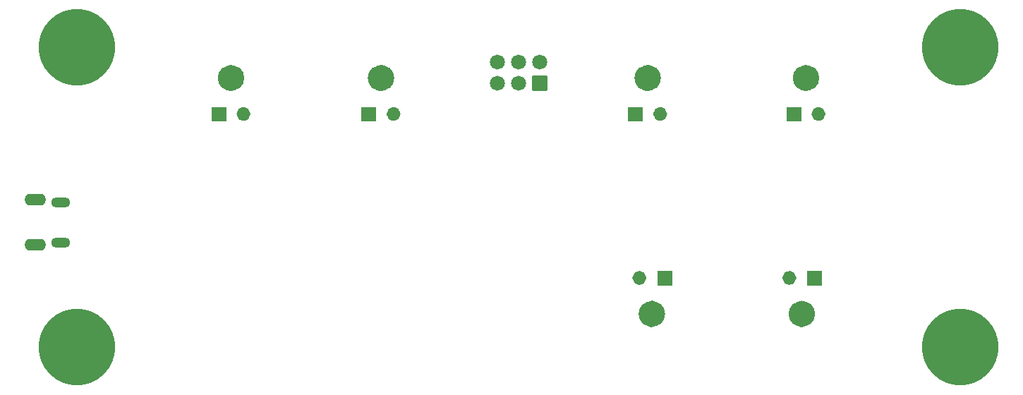
<source format=gbr>
%TF.GenerationSoftware,KiCad,Pcbnew,8.0.4*%
%TF.CreationDate,2024-11-13T20:23:27-08:00*%
%TF.ProjectId,Butterfly_v0,42757474-6572-4666-9c79-5f76302e6b69,rev?*%
%TF.SameCoordinates,Original*%
%TF.FileFunction,Soldermask,Bot*%
%TF.FilePolarity,Negative*%
%FSLAX46Y46*%
G04 Gerber Fmt 4.6, Leading zero omitted, Abs format (unit mm)*
G04 Created by KiCad (PCBNEW 8.0.4) date 2024-11-13 20:23:27*
%MOMM*%
%LPD*%
G01*
G04 APERTURE LIST*
G04 Aperture macros list*
%AMRoundRect*
0 Rectangle with rounded corners*
0 $1 Rounding radius*
0 $2 $3 $4 $5 $6 $7 $8 $9 X,Y pos of 4 corners*
0 Add a 4 corners polygon primitive as box body*
4,1,4,$2,$3,$4,$5,$6,$7,$8,$9,$2,$3,0*
0 Add four circle primitives for the rounded corners*
1,1,$1+$1,$2,$3*
1,1,$1+$1,$4,$5*
1,1,$1+$1,$6,$7*
1,1,$1+$1,$8,$9*
0 Add four rect primitives between the rounded corners*
20,1,$1+$1,$2,$3,$4,$5,0*
20,1,$1+$1,$4,$5,$6,$7,0*
20,1,$1+$1,$6,$7,$8,$9,0*
20,1,$1+$1,$8,$9,$2,$3,0*%
G04 Aperture macros list end*
%ADD10C,0.010000*%
%ADD11C,0.836200*%
%ADD12C,1.576200*%
%ADD13C,3.000000*%
%ADD14O,2.304000X1.254000*%
%ADD15O,2.604000X1.404000*%
%ADD16C,9.200000*%
%ADD17RoundRect,0.102000X-0.802500X-0.802500X0.802500X-0.802500X0.802500X0.802500X-0.802500X0.802500X0*%
%ADD18C,1.809000*%
G04 APERTURE END LIST*
D10*
%TO.C,J6*%
X146336200Y-85516200D02*
X144663800Y-85516200D01*
X144663800Y-83843800D01*
X146336200Y-83843800D01*
X146336200Y-85516200D01*
G36*
X146336200Y-85516200D02*
G01*
X144663800Y-85516200D01*
X144663800Y-83843800D01*
X146336200Y-83843800D01*
X146336200Y-85516200D01*
G37*
D11*
X142918100Y-84680000D02*
G75*
G02*
X142081900Y-84680000I-418100J0D01*
G01*
X142081900Y-84680000D02*
G75*
G02*
X142918100Y-84680000I418100J0D01*
G01*
D12*
X144788100Y-89000000D02*
G75*
G02*
X143211900Y-89000000I-788100J0D01*
G01*
X143211900Y-89000000D02*
G75*
G02*
X144788100Y-89000000I788100J0D01*
G01*
%TO.C,J4*%
X126288100Y-60680000D02*
G75*
G02*
X124711900Y-60680000I-788100J0D01*
G01*
X124711900Y-60680000D02*
G75*
G02*
X126288100Y-60680000I788100J0D01*
G01*
D11*
X127418100Y-65000000D02*
G75*
G02*
X126581900Y-65000000I-418100J0D01*
G01*
X126581900Y-65000000D02*
G75*
G02*
X127418100Y-65000000I418100J0D01*
G01*
D10*
X124836200Y-65836200D02*
X123163800Y-65836200D01*
X123163800Y-64163800D01*
X124836200Y-64163800D01*
X124836200Y-65836200D01*
G36*
X124836200Y-65836200D02*
G01*
X123163800Y-65836200D01*
X123163800Y-64163800D01*
X124836200Y-64163800D01*
X124836200Y-65836200D01*
G37*
D12*
%TO.C,J7*%
X126788100Y-89000000D02*
G75*
G02*
X125211900Y-89000000I-788100J0D01*
G01*
X125211900Y-89000000D02*
G75*
G02*
X126788100Y-89000000I788100J0D01*
G01*
D11*
X124918100Y-84680000D02*
G75*
G02*
X124081900Y-84680000I-418100J0D01*
G01*
X124081900Y-84680000D02*
G75*
G02*
X124918100Y-84680000I418100J0D01*
G01*
D10*
X128336200Y-85516200D02*
X126663800Y-85516200D01*
X126663800Y-83843800D01*
X128336200Y-83843800D01*
X128336200Y-85516200D01*
G36*
X128336200Y-85516200D02*
G01*
X126663800Y-85516200D01*
X126663800Y-83843800D01*
X128336200Y-83843800D01*
X128336200Y-85516200D01*
G37*
D12*
%TO.C,J3*%
X94288100Y-60680000D02*
G75*
G02*
X92711900Y-60680000I-788100J0D01*
G01*
X92711900Y-60680000D02*
G75*
G02*
X94288100Y-60680000I788100J0D01*
G01*
D11*
X95418100Y-65000000D02*
G75*
G02*
X94581900Y-65000000I-418100J0D01*
G01*
X94581900Y-65000000D02*
G75*
G02*
X95418100Y-65000000I418100J0D01*
G01*
D10*
X92836200Y-65836200D02*
X91163800Y-65836200D01*
X91163800Y-64163800D01*
X92836200Y-64163800D01*
X92836200Y-65836200D01*
G36*
X92836200Y-65836200D02*
G01*
X91163800Y-65836200D01*
X91163800Y-64163800D01*
X92836200Y-64163800D01*
X92836200Y-65836200D01*
G37*
%TO.C,J5*%
X143836200Y-65836200D02*
X142163800Y-65836200D01*
X142163800Y-64163800D01*
X143836200Y-64163800D01*
X143836200Y-65836200D01*
G36*
X143836200Y-65836200D02*
G01*
X142163800Y-65836200D01*
X142163800Y-64163800D01*
X143836200Y-64163800D01*
X143836200Y-65836200D01*
G37*
D11*
X146418100Y-65000000D02*
G75*
G02*
X145581900Y-65000000I-418100J0D01*
G01*
X145581900Y-65000000D02*
G75*
G02*
X146418100Y-65000000I418100J0D01*
G01*
D12*
X145288100Y-60680000D02*
G75*
G02*
X143711900Y-60680000I-788100J0D01*
G01*
X143711900Y-60680000D02*
G75*
G02*
X145288100Y-60680000I788100J0D01*
G01*
D10*
%TO.C,J1*%
X74836200Y-65836200D02*
X73163800Y-65836200D01*
X73163800Y-64163800D01*
X74836200Y-64163800D01*
X74836200Y-65836200D01*
G36*
X74836200Y-65836200D02*
G01*
X73163800Y-65836200D01*
X73163800Y-64163800D01*
X74836200Y-64163800D01*
X74836200Y-65836200D01*
G37*
D11*
X77418100Y-65000000D02*
G75*
G02*
X76581900Y-65000000I-418100J0D01*
G01*
X76581900Y-65000000D02*
G75*
G02*
X77418100Y-65000000I418100J0D01*
G01*
D12*
X76288100Y-60680000D02*
G75*
G02*
X74711900Y-60680000I-788100J0D01*
G01*
X74711900Y-60680000D02*
G75*
G02*
X76288100Y-60680000I788100J0D01*
G01*
%TD*%
D13*
%TO.C,J6*%
X144000000Y-89000000D03*
%TD*%
%TO.C,J4*%
X125500000Y-60680000D03*
%TD*%
D14*
%TO.C,J2*%
X55030000Y-80425000D03*
X55030000Y-75575000D03*
D15*
X52000000Y-80725000D03*
X52000000Y-75275000D03*
%TD*%
D13*
%TO.C,J7*%
X126000000Y-89000000D03*
%TD*%
%TO.C,J3*%
X93500000Y-60680000D03*
%TD*%
D16*
%TO.C,H3*%
X163000000Y-93000000D03*
%TD*%
D13*
%TO.C,J5*%
X144500000Y-60680000D03*
%TD*%
D16*
%TO.C,H2*%
X57000000Y-93000000D03*
%TD*%
D13*
%TO.C,J1*%
X75500000Y-60680000D03*
%TD*%
D16*
%TO.C,H4*%
X163000000Y-57000000D03*
%TD*%
%TO.C,H1*%
X57000000Y-57000000D03*
%TD*%
D17*
%TO.C,J8*%
X112540000Y-61270000D03*
D18*
X112540000Y-58730000D03*
X110000000Y-61270000D03*
X110000000Y-58730000D03*
X107460000Y-61270000D03*
X107460000Y-58730000D03*
%TD*%
M02*

</source>
